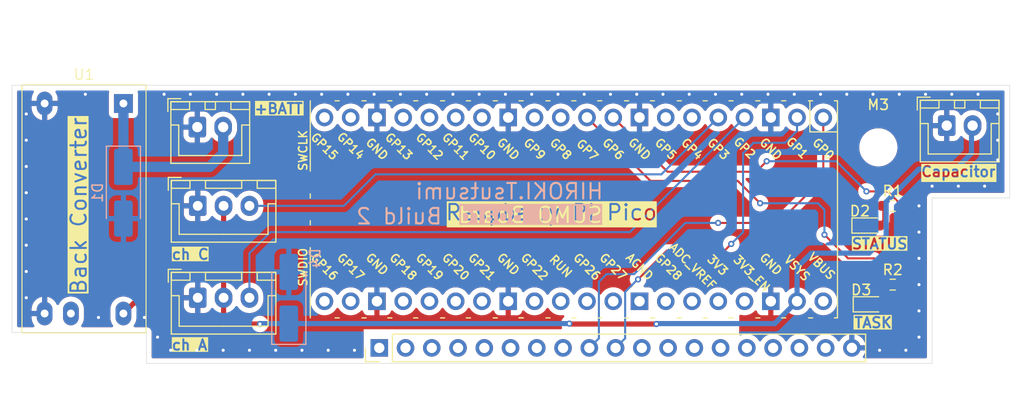
<source format=kicad_pcb>
(kicad_pcb (version 20240108) (generator "pcbnew") (generator_version "8.0")
  (layers (0 "F.Cu" signal) (31 "B.Cu" signal) (34 "B.Paste" user) (35 "F.Paste" user) (36 "B.SilkS" user "B.Silkscreen") (37 "F.SilkS" user "F.Silkscreen") (38 "B.Mask" user) (39 "F.Mask" user) (44 "Edge.Cuts" user))
  (net 0 "")
  (net 1 "GND")
  (net 2 "mr8-G")
  (net 3 "mr8-H")
  (net 4 "mr8-A")
  (net 5 "Net-(D2-A)")
  (net 6 "mr8-C")
  (net 7 "Net-(D3-A)")
  (net 8 "Odrive-RX")
  (net 9 "Odrive-TX")
  (net 10 "+5V")
  (net 11 "+3.3V")
  (net 12 "+BATT")
  (net 13 "LED1")
  (net 14 "LED2")
  (footprint "LED_SMD:LED_0603_1608Metric_Pad1.05x0.95mm_HandSolder" (layer "F.Cu") (at 195.031 134.285)
    (property "Reference" "D3" (at -0.889 -1.397 0) (layer "F.SilkS"))
    (property "Value" "LED")
    (fp_line (start -1.66 -0.735) (end -1.66 0.735) (stroke (width 0.12)) (layer "F.SilkS"))
    (fp_line (start -1.66 0.735) (end 0.8 0.735) (stroke (width 0.12)) (layer "F.SilkS"))
    (fp_line (start 0.8 -0.735) (end -1.66 -0.735) (stroke (width 0.12)) (layer "F.SilkS"))
    (pad "1" smd roundrect (at -0.875 0) (size 1.05 0.95) (layers "F.Cu" "F.Paste" "F.Mask") (net 1 "GND"))
    (pad "2" smd roundrect (at 0.875 0) (size 1.05 0.95) (layers "F.Cu" "F.Paste" "F.Mask") (net 7 "Net-(D3-A)"))
  )
  (footprint "Resistor_SMD:R_0603_1608Metric_Pad0.98x0.95mm_HandSolder" (layer "F.Cu") (at 197.19 124.76)
    (property "Reference" "R1" (at 0 -1.43 0) (layer "F.SilkS"))
    (property "Value" "R")
    (fp_line (start -0.254724 -0.5225) (end 0.254724 -0.5225) (stroke (width 0.12)) (layer "F.SilkS"))
    (fp_line (start -0.254724 0.5225) (end 0.254724 0.5225) (stroke (width 0.12)) (layer "F.SilkS"))
    (pad "1" smd roundrect (at -0.9125 0) (size 0.975 0.95) (layers "F.Cu" "F.Paste" "F.Mask") (net 5 "Net-(D2-A)"))
    (pad "2" smd roundrect (at 0.9125 0) (size 0.975 0.95) (layers "F.Cu" "F.Paste" "F.Mask") (net 13 "LED1"))
  )
  (footprint "0AS1R5-4805:0AS1R5-4805" (layer "F.Cu") (at 118.958 127.554)
    (property "Reference" "U1" (at 0 -15.5 0) (layer "F.SilkS") (effects (font (thickness 0.1))))
    (property "Value" "~")
    (fp_rect (start -6 -14.5) (end 6 9.5) (stroke (width 0.1)) (fill none) (layer "F.SilkS"))
    (pad "1" thru_hole rect (at 3.81 -12.7) (size 1.8288 1.8288) (drill 0.762) (layers "*.Cu" "*.Mask") (net 12 "+BATT"))
    (pad "2" thru_hole oval (at -3.81 -12.7) (size 1.524 2.286) (drill 0.762) (layers "*.Cu" "*.Mask") (net 1 "GND"))
    (pad "3" thru_hole oval (at 3.81 7.62) (size 1.524 2.286) (drill 0.762) (layers "*.Cu" "*.Mask") (net 10 "+5V"))
    (pad "4" thru_hole oval (at -1.27 7.62) (size 1.524 2.286) (drill 0.762) (layers "*.Cu" "*.Mask"))
    (pad "5" thru_hole oval (at -3.81 7.62) (size 1.524 2.286) (drill 0.762) (layers "*.Cu" "*.Mask") (net 1 "GND"))
  )
  (footprint "LED_SMD:LED_0603_1608Metric_Pad1.05x0.95mm_HandSolder" (layer "F.Cu") (at 194.904 126.665)
    (property "Reference" "D2" (at -0.889 -1.397 0) (layer "F.SilkS"))
    (property "Value" "LED")
    (fp_line (start -1.66 -0.735) (end -1.66 0.735) (stroke (width 0.12)) (layer "F.SilkS"))
    (fp_line (start -1.66 0.735) (end 0.8 0.735) (stroke (width 0.12)) (layer "F.SilkS"))
    (fp_line (start 0.8 -0.735) (end -1.66 -0.735) (stroke (width 0.12)) (layer "F.SilkS"))
    (pad "1" smd roundrect (at -0.875 0) (size 1.05 0.95) (layers "F.Cu" "F.Paste" "F.Mask") (net 1 "GND"))
    (pad "2" smd roundrect (at 0.875 0) (size 1.05 0.95) (layers "F.Cu" "F.Paste" "F.Mask") (net 5 "Net-(D2-A)"))
  )
  (footprint "Connector_JST:JST_XH_B2B-XH-A_1x02_P2.50mm_Vertical" (layer "F.Cu") (at 129.92 117.14)
    (property "Reference" "J3" (hide yes))
    (property "Value" "Conn_01x02")
    (fp_line (start -2.85 -2.75) (end -2.85 -1.5) (stroke (width 0.12)) (layer "F.SilkS"))
    (fp_line (start -2.56 -2.46) (end -2.56 3.51) (stroke (width 0.12)) (layer "F.SilkS"))
    (fp_line (start -2.56 3.51) (end 5.06 3.51) (stroke (width 0.12)) (layer "F.SilkS"))
    (fp_line (start -2.55 -2.45) (end -2.55 -1.7) (stroke (width 0.12)) (layer "F.SilkS"))
    (fp_line (start -2.55 -1.7) (end -0.75 -1.7) (stroke (width 0.12)) (layer "F.SilkS"))
    (fp_line (start -2.55 -0.2) (end -1.8 -0.2) (stroke (width 0.12)) (layer "F.SilkS"))
    (fp_line (start -1.8 -0.2) (end -1.8 2.75) (stroke (width 0.12)) (layer "F.SilkS"))
    (fp_line (start -1.8 2.75) (end 1.25 2.75) (stroke (width 0.12)) (layer "F.SilkS"))
    (fp_line (start -1.6 -2.75) (end -2.85 -2.75) (stroke (width 0.12)) (layer "F.SilkS"))
    (fp_line (start -0.75 -2.45) (end -2.55 -2.45) (stroke (width 0.12)) (layer "F.SilkS"))
    (fp_line (start -0.75 -1.7) (end -0.75 -2.45) (stroke (width 0.12)) (layer "F.SilkS"))
    (fp_line (start 0.75 -2.45) (end 0.75 -1.7) (stroke (width 0.12)) (layer "F.SilkS"))
    (fp_line (start 0.75 -1.7) (end 1.75 -1.7) (stroke (width 0.12)) (layer "F.SilkS"))
    (fp_line (start 1.75 -2.45) (end 0.75 -2.45) (stroke (width 0.12)) (layer "F.SilkS"))
    (fp_line (start 1.75 -1.7) (end 1.75 -2.45) (stroke (width 0.12)) (layer "F.SilkS"))
    (fp_line (start 3.25 -2.45) (end 3.25 -1.7) (stroke (width 0.12)) (layer "F.SilkS"))
    (fp_line (start 3.25 -1.7) (end 5.05 -1.7) (stroke (width 0.12)) (layer "F.SilkS"))
    (fp_line (start 4.3 -0.2) (end 4.3 2.75) (stroke (width 0.12)) (layer "F.SilkS"))
    (fp_line (start 4.3 2.75) (end 1.25 2.75) (stroke (width 0.12)) (layer "F.SilkS"))
    (fp_line (start 5.05 -2.45) (end 3.25 -2.45) (stroke (width 0.12)) (layer "F.SilkS"))
    (fp_line (start 5.05 -1.7) (end 5.05 -2.45) (stroke (width 0.12)) (layer "F.SilkS"))
    (fp_line (start 5.05 -0.2) (end 4.3 -0.2) (stroke (width 0.12)) (layer "F.SilkS"))
    (fp_line (start 5.06 -2.46) (end -2.56 -2.46) (stroke (width 0.12)) (layer "F.SilkS"))
    (fp_line (start 5.06 3.51) (end 5.06 -2.46) (stroke (width 0.12)) (layer "F.SilkS"))
    (pad "1" thru_hole roundrect (at 0 0) (size 1.7 2) (drill 1) (layers "*.Cu" "*.Mask") (roundrect_rratio 0.147059) (net 1 "GND"))
    (pad "2" thru_hole oval (at 2.5 0) (size 1.7 2) (drill 1) (layers "*.Cu" "*.Mask") (net 12 "+BATT"))
  )
  (footprint "Resistor_SMD:R_0603_1608Metric_Pad0.98x0.95mm_HandSolder" (layer "F.Cu") (at 197.19 132.38)
    (property "Reference" "R2" (at 0 -1.43 0) (layer "F.SilkS"))
    (property "Value" "R")
    (fp_line (start -0.254724 -0.5225) (end 0.254724 -0.5225) (stroke (width 0.12)) (layer "F.SilkS"))
    (fp_line (start -0.254724 0.5225) (end 0.254724 0.5225) (stroke (width 0.12)) (layer "F.SilkS"))
    (pad "1" smd roundrect (at -0.9125 0) (size 0.975 0.95) (layers "F.Cu" "F.Paste" "F.Mask") (net 7 "Net-(D3-A)"))
    (pad "2" smd roundrect (at 0.9125 0) (size 0.975 0.95) (layers "F.Cu" "F.Paste" "F.Mask") (net 14 "LED2"))
  )
  (footprint "Connector_JST:JST_XH_B3B-XH-A_1x03_P2.50mm_Vertical" (layer "F.Cu") (at 129.96 124.76)
    (property "Reference" "J1" (hide yes))
    (property "Value" "Conn_01x03")
    (fp_line (start -2.85 -2.75) (end -2.85 -1.5) (stroke (width 0.12)) (layer "F.SilkS"))
    (fp_line (start -2.56 -2.46) (end -2.56 3.51) (stroke (width 0.12)) (layer "F.SilkS"))
    (fp_line (start -2.56 3.51) (end 7.56 3.51) (stroke (width 0.12)) (layer "F.SilkS"))
    (fp_line (start -2.55 -2.45) (end -2.55 -1.7) (stroke (width 0.12)) (layer "F.SilkS"))
    (fp_line (start -2.55 -1.7) (end -0.75 -1.7) (stroke (width 0.12)) (layer "F.SilkS"))
    (fp_line (start -2.55 -0.2) (end -1.8 -0.2) (stroke (width 0.12)) (layer "F.SilkS"))
    (fp_line (start -1.8 -0.2) (end -1.8 2.75) (stroke (width 0.12)) (layer "F.SilkS"))
    (fp_line (start -1.8 2.75) (end 2.5 2.75) (stroke (width 0.12)) (layer "F.SilkS"))
    (fp_line (start -1.6 -2.75) (end -2.85 -2.75) (stroke (width 0.12)) (layer "F.SilkS"))
    (fp_line (start -0.75 -2.45) (end -2.55 -2.45) (stroke (width 0.12)) (layer "F.SilkS"))
    (fp_line (start -0.75 -1.7) (end -0.75 -2.45) (stroke (width 0.12)) (layer "F.SilkS"))
    (fp_line (start 0.75 -2.45) (end 0.75 -1.7) (stroke (width 0.12)) (layer "F.SilkS"))
    (fp_line (start 0.75 -1.7) (end 4.25 -1.7) (stroke (width 0.12)) (layer "F.SilkS"))
    (fp_line (start 4.25 -2.45) (end 0.75 -2.45) (stroke (width 0.12)) (layer "F.SilkS"))
    (fp_line (start 4.25 -1.7) (end 4.25 -2.45) (stroke (width 0.12)) (layer "F.SilkS"))
    (fp_line (start 5.75 -2.45) (end 5.75 -1.7) (stroke (width 0.12)) (layer "F.SilkS"))
    (fp_line (start 5.75 -1.7) (end 7.55 -1.7) (stroke (width 0.12)) (layer "F.SilkS"))
    (fp_line (start 6.8 -0.2) (end 6.8 2.75) (stroke (width 0.12)) (layer "F.SilkS"))
    (fp_line (start 6.8 2.75) (end 2.5 2.75) (stroke (width 0.12)) (layer "F.SilkS"))
    (fp_line (start 7.55 -2.45) (end 5.75 -2.45) (stroke (width 0.12)) (layer "F.SilkS"))
    (fp_line (start 7.55 -1.7) (end 7.55 -2.45) (stroke (width 0.12)) (layer "F.SilkS"))
    (fp_line (start 7.55 -0.2) (end 6.8 -0.2) (stroke (width 0.12)) (layer "F.SilkS"))
    (fp_line (start 7.56 -2.46) (end -2.56 -2.46) (stroke (width 0.12)) (layer "F.SilkS"))
    (fp_line (start 7.56 3.51) (end 7.56 -2.46) (stroke (width 0.12)) (layer "F.SilkS"))
    (pad "1" thru_hole roundrect (at 0 0) (size 1.7 1.95) (drill 0.95) (layers "*.Cu" "*.Mask") (roundrect_rratio 0.147059) (net 1 "GND"))
    (pad "2" thru_hole oval (at 2.5 0) (size 1.7 1.95) (drill 0.95) (layers "*.Cu" "*.Mask") (net 10 "+5V"))
    (pad "3" thru_hole oval (at 5 0) (size 1.7 1.95) (drill 0.95) (layers "*.Cu" "*.Mask") (net 6 "mr8-C"))
  )
  (footprint "Connector_JST:JST_XH_B3B-XH-A_1x03_P2.50mm_Vertical" (layer "F.Cu") (at 129.96 133.65)
    (property "Reference" "J4" (hide yes))
    (property "Value" "Conn_01x03")
    (fp_line (start -2.85 -2.75) (end -2.85 -1.5) (stroke (width 0.12)) (layer "F.SilkS"))
    (fp_line (start -2.56 -2.46) (end -2.56 3.51) (stroke (width 0.12)) (layer "F.SilkS"))
    (fp_line (start -2.56 3.51) (end 7.56 3.51) (stroke (width 0.12)) (layer "F.SilkS"))
    (fp_line (start -2.55 -2.45) (end -2.55 -1.7) (stroke (width 0.12)) (layer "F.SilkS"))
    (fp_line (start -2.55 -1.7) (end -0.75 -1.7) (stroke (width 0.12)) (layer "F.SilkS"))
    (fp_line (start -2.55 -0.2) (end -1.8 -0.2) (stroke (width 0.12)) (layer "F.SilkS"))
    (fp_line (start -1.8 -0.2) (end -1.8 2.75) (stroke (width 0.12)) (layer "F.SilkS"))
    (fp_line (start -1.8 2.75) (end 2.5 2.75) (stroke (width 0.12)) (layer "F.SilkS"))
    (fp_line (start -1.6 -2.75) (end -2.85 -2.75) (stroke (width 0.12)) (layer "F.SilkS"))
    (fp_line (start -0.75 -2.45) (end -2.55 -2.45) (stroke (width 0.12)) (layer "F.SilkS"))
    (fp_line (start -0.75 -1.7) (end -0.75 -2.45) (stroke (width 0.12)) (layer "F.SilkS"))
    (fp_line (start 0.75 -2.45) (end 0.75 -1.7) (stroke (width 0.12)) (layer "F.SilkS"))
    (fp_line (start 0.75 -1.7) (end 4.25 -1.7) (stroke (width 0.12)) (layer "F.SilkS"))
    (fp_line (start 4.25 -2.45) (end 0.75 -2.45) (stroke (width 0.12)) (layer "F.SilkS"))
    (fp_line (start 4.25 -1.7) (end 4.25 -2.45) (stroke (width 0.12)) (layer "F.SilkS"))
    (fp_line (start 5.75 -2.45) (end 5.75 -1.7) (stroke (width 0.12)) (layer "F.SilkS"))
    (fp_line (start 5.75 -1.7) (end 7.55 -1.7) (stroke (width 0.12)) (layer "F.SilkS"))
    (fp_line (start 6.8 -0.2) (end 6.8 2.75) (stroke (width 0.12)) (layer "F.SilkS"))
    (fp_line (start 6.8 2.75) (end 2.5 2.75) (stroke (width 0.12)) (layer "F.SilkS"))
    (fp_line (start 7.55 -2.45) (end 5.75 -2.45) (stroke (width 0.12)) (layer "F.SilkS"))
    (fp_line (start 7.55 -1.7) (end 7.55 -2.45) (stroke (width 0.12)) (layer "F.SilkS"))
    (fp_line (start 7.55 -0.2) (end 6.8 -0.2) (stroke (width 0.12)) (layer "F.SilkS"))
    (fp_line (start 7.56 -2.46) (end -2.56 -2.46) (stroke (width 0.12)) (layer "F.SilkS"))
    (fp_line (start 7.56 3.51) (end 7.56 -2.46) (stroke (width 0.12)) (layer "F.SilkS"))
    (pad "1" thru_hole roundrect (at 0 0) (size 1.7 1.95) (drill 0.95) (layers "*.Cu" "*.Mask") (roundrect_rratio 0.147059) (net 1 "GND"))
    (pad "2" thru_hole oval (at 2.5 0) (size 1.7 1.95) (drill 0.95) (layers "*.Cu" "*.Mask") (net 10 "+5V"))
    (pad "3" thru_hole oval (at 5 0) (size 1.7 1.95) (drill 0.95) (layers "*.Cu" "*.Mask") (net 4 "mr8-A"))
  )
  (footprint "Connector_JST:JST_XH_B2B-XH-A_1x02_P2.50mm_Vertical" (layer "F.Cu") (at 202.417 116.996)
    (property "Reference" "J6" (hide yes))
    (property "Value" "Conn_01x02")
    (fp_line (start -2.85 -2.75) (end -2.85 -1.5) (stroke (width 0.12)) (layer "F.SilkS"))
    (fp_line (start -2.56 -2.46) (end -2.56 3.51) (stroke (width 0.12)) (layer "F.SilkS"))
    (fp_line (start -2.56 3.51) (end 5.06 3.51) (stroke (width 0.12)) (layer "F.SilkS"))
    (fp_line (start -2.55 -2.45) (end -2.55 -1.7) (stroke (width 0.12)) (layer "F.SilkS"))
    (fp_line (start -2.55 -1.7) (end -0.75 -1.7) (stroke (width 0.12)) (layer "F.SilkS"))
    (fp_line (start -2.55 -0.2) (end -1.8 -0.2) (stroke (width 0.12)) (layer "F.SilkS"))
    (fp_line (start -1.8 -0.2) (end -1.8 2.75) (stroke (width 0.12)) (layer "F.SilkS"))
    (fp_line (start -1.8 2.75) (end 1.25 2.75) (stroke (width 0.12)) (layer "F.SilkS"))
    (fp_line (start -1.6 -2.75) (end -2.85 -2.75) (stroke (width 0.12)) (layer "F.SilkS"))
    (fp_line (start -0.75 -2.45) (end -2.55 -2.45) (stroke (width 0.12)) (layer "F.SilkS"))
    (fp_line (start -0.75 -1.7) (end -0.75 -2.45) (stroke (width 0.12)) (layer "F.SilkS"))
    (fp_line (start 0.75 -2.45) (end 0.75 -1.7) (stroke (width 0.12)) (layer "F.SilkS"))
    (fp_line (start 0.75 -1.7) (end 1.75 -1.7) (stroke (width 0.12)) (layer "F.SilkS"))
    (fp_line (start 1.75 -2.45) (end 0.75 -2.45) (stroke (width 0.12)) (layer "F.SilkS"))
    (fp_line (start 1.75 -1.7) (end 1.75 -2.45) (stroke (width 0.12)) (layer "F.SilkS"))
    (fp_line (start 3.25 -2.45) (end 3.25 -1.7) (stroke (width 0.12)) (layer "F.SilkS"))
    (fp_line (start 3.25 -1.7) (end 5.05 -1.7) (stroke (width 0.12)) (layer "F.SilkS"))
    (fp_line (start 4.3 -0.2) (end 4.3 2.75) (stroke (width 0.12)) (layer "F.SilkS"))
    (fp_line (start 4.3 2.75) (end 1.25 2.75) (stroke (width 0.12)) (layer "F.SilkS"))
    (fp_line (start 5.05 -2.45) (end 3.25 -2.45) (stroke (width 0.12)) (layer "F.SilkS"))
    (fp_line (start 5.05 -1.7) (end 5.05 -2.45) (stroke (width 0.12)) (layer "F.SilkS"))
    (fp_line (start 5.05 -0.2) (end 4.3 -0.2) (stroke (width 0.12)) (layer "F.SilkS"))
    (fp_line (start 5.06 -2.46) (end -2.56 -2.46) (stroke (width 0.12)) (layer "F.SilkS"))
    (fp_line (start 5.06 3.51) (end 5.06 -2.46) (stroke (width 0.12)) (layer "F.SilkS"))
    (pad "1" thru_hole roundrect (at 0 0) (size 1.7 2) (drill 1) (layers "*.Cu" "*.Mask") (roundrect_rratio 0.147059) (net 1 "GND"))
    (pad "2" thru_hole oval (at 2.5 0) (size 1.7 2) (drill 1) (layers "*.Cu" "*.Mask") (net 10 "+5V"))
  )
  (footprint "MountingHole:MountingHole_3.2mm_M3" (layer "F.Cu") (at 195.8 119.1)
    (property "Reference" "H1" (hide yes))
    (property "Value" "MountingHole")
    (pad "" np_thru_hole circle (at 0 0) (size 3.2 3.2) (drill 3.2) (layers "F&B.Cu" "*.Mask"))
  )
  (footprint "RP_Silicon_KiCad:RPi_Pico_SMD_TH" (layer "F.Cu") (at 166.345 125.1 -90)
    (property "Reference" "U2" (hide yes))
    (property "Value" "Pico" (hide yes))
    (fp_line (start -3.7 25.5) (end -10.5 25.5) (stroke (width 0.12)) (layer "F.SilkS"))
    (fp_line (start -1.5 25.5) (end -1.1 25.5) (stroke (width 0.12)) (layer "F.SilkS"))
    (fp_line (start 1.1 25.5) (end 1.5 25.5) (stroke (width 0.12)) (layer "F.SilkS"))
    (fp_line (start 10.5 25.5) (end 3.7 25.5) (stroke (width 0.12)) (layer "F.SilkS"))
    (fp_line (start -10.5 22.7) (end -10.5 23.1) (stroke (width 0.12)) (layer "F.SilkS"))
    (fp_line (start 10.5 22.7) (end 10.5 23.1) (stroke (width 0.12)) (layer "F.SilkS"))
    (fp_line (start -10.5 20.1) (end -10.5 20.5) (stroke (width 0.12)) (layer "F.SilkS"))
    (fp_line (start 10.5 20.1) (end 10.5 20.5) (stroke (width 0.12)) (layer "F.SilkS"))
    (fp_line (start -10.5 17.6) (end -10.5 18) (stroke (width 0.12)) (layer "F.SilkS"))
    (fp_line (start 10.5 17.6) (end 10.5 18) (stroke (width 0.12)) (layer "F.SilkS"))
    (fp_line (start -10.5 15.1) (end -10.5 15.5) (stroke (width 0.12)) (layer "F.SilkS"))
    (fp_line (start 10.5 15.1) (end 10.5 15.5) (stroke (width 0.12)) (layer "F.SilkS"))
    (fp_line (start -10.5 12.5) (end -10.5 12.9) (stroke (width 0.12)) (layer "F.SilkS"))
    (fp_line (start 10.5 12.5) (end 10.5 12.9) (stroke (width 0.12)) (layer "F.SilkS"))
    (fp_line (start -10.5 10) (end -10.5 10.4) (stroke (width 0.12)) (layer "F.SilkS"))
    (fp_line (start 10.5 10) (end 10.5 10.4) (stroke (width 0.12)) (layer "F.SilkS"))
    (fp_line (start -10.5 7.4) (end -10.5 7.8) (stroke (width 0.12)) (layer "F.SilkS"))
    (fp_line (start 10.5 7.4) (end 10.5 7.8) (stroke (width 0.12)) (layer "F.SilkS"))
    (fp_line (start -10.5 4.9) (end -10.5 5.3) (stroke (width 0.12)) (layer "F.SilkS"))
    (fp_line (start 10.5 4.9) (end 10.5 5.3) (stroke (width 0.12)) (layer "F.SilkS"))
    (fp_line (start 10.5 4.9) (end 10.5 5.3) (stroke (width 0.12)) (layer "F.SilkS"))
    (fp_line (start -10.5 2.3) (end -10.5 2.7) (stroke (width 0.12)) (layer "F.SilkS"))
    (fp_line (start 10.5 2.3) (end 10.5 2.7) (stroke (width 0.12)) (layer "F.SilkS"))
    (fp_line (start -10.5 -0.2) (end -10.5 0.2) (stroke (width 0.12)) (layer "F.SilkS"))
    (fp_line (start 10.5 -0.2) (end 10.5 0.2) (stroke (width 0.12)) (layer "F.SilkS"))
    (fp_line (start -10.5 -2.7) (end -10.5 -2.3) (stroke (width 0.12)) (layer "F.SilkS"))
    (fp_line (start 10.5 -2.7) (end 10.5 -2.3) (stroke (width 0.12)) (layer "F.SilkS"))
    (fp_line (start -10.5 -5.3) (end -10.5 -4.9) (stroke (width 0.12)) (layer "F.SilkS"))
    (fp_line (start 10.5 -5.3) (end 10.5 -4.9) (stroke (width 0.12)) (layer "F.SilkS"))
    (fp_line (start -10.5 -7.8) (end -10.5 -7.4) (stroke (width 0.12)) (layer "F.SilkS"))
    (fp_line (start 10.5 -7.8) (end 10.5 -7.4) (stroke (width 0.12)) (layer "F.SilkS"))
    (fp_line (start -10.5 -10.4) (end -10.5 -10) (stroke (width 0.12)) (layer "F.SilkS"))
    (fp_line (start 10.5 -10.4) (end 10.5 -10) (stroke (width 0.12)) (layer "F.SilkS"))
    (fp_line (start -10.5 -12.9) (end -10.5 -12.5) (stroke (width 0.12)) (layer "F.SilkS"))
    (fp_line (start 10.5 -12.9) (end 10.5 -12.5) (stroke (width 0.12)) (layer "F.SilkS"))
    (fp_line (start -10.5 -15.4) (end -10.5 -15) (stroke (width 0.12)) (layer "F.SilkS"))
    (fp_line (start 10.5 -15.4) (end 10.5 -15) (stroke (width 0.12)) (layer "F.SilkS"))
    (fp_line (start -10.5 -18) (end -10.5 -17.6) (stroke (width 0.12)) (layer "F.SilkS"))
    (fp_line (start 10.5 -18) (end 10.5 -17.6) (stroke (width 0.12)) (layer "F.SilkS"))
    (fp_line (start -10.5 -20.5) (end -10.5 -20.1) (stroke (width 0.12)) (layer "F.SilkS"))
    (fp_line (start 10.5 -20.5) (end 10.5 -20.1) (stroke (width 0.12)) (layer "F.SilkS"))
    (fp_line (start -10.5 -22.833) (end -7.493 -22.833) (stroke (width 0.12)) (layer "F.SilkS"))
    (fp_line (start -7.493 -22.833) (end -7.493 -25.5) (stroke (width 0.12)) (layer "F.SilkS"))
    (fp_line (start -10.5 -23.1) (end -10.5 -22.7) (stroke (width 0.12)) (layer "F.SilkS"))
    (fp_line (start 10.5 -23.1) (end 10.5 -22.7) (stroke (width 0.12)) (layer "F.SilkS"))
    (fp_line (start -10.5 -25.5) (end -10.5 -25.2) (stroke (width 0.12)) (layer "F.SilkS"))
    (fp_line (start -10.5 -25.5) (end 10.5 -25.5) (stroke (width 0.12)) (layer "F.SilkS"))
    (fp_line (start 10.5 -25.5) (end 10.5 -25.2) (stroke (width 0.12)) (layer "F.SilkS"))
    (fp_text user "RUN" (at 5.5 1.27 135) (layer "F.SilkS") (effects (font (size 0.8 0.8))))
    (fp_text user "GP2" (at -5.942 -16.51 135) (layer "F.SilkS") (effects (font (size 0.8 0.8))))
    (fp_text user "GND" (at -5.842 19.05 135) (layer "F.SilkS") (effects (font (size 0.8 0.8))))
    (fp_text user "SWDIO" (at 5.6 26.2 90) (layer "F.SilkS") (effects (font (size 0.8 0.8))))
    (fp_text user "GP16" (at 5.554 24.13 135) (layer "F.SilkS") (effects (font (size 0.8 0.8))))
    (fp_text user "GP27" (at 5.554 -3.8 135) (layer "F.SilkS") (effects (font (size 0.8 0.8))))
    (fp_text user "GP5" (at -5.842 -8.89 135) (layer "F.SilkS") (effects (font (size 0.8 0.8))))
    (fp_text user "GP9" (at -5.842 3.81 135) (layer "F.SilkS") (effects (font (size 0.8 0.8))))
    (fp_text user "GP26" (at 5.554 -1.27 135) (layer "F.SilkS") (effects (font (size 0.8 0.8))))
    (fp_text user "GP0" (at -5.842 -24.13 135) (layer "F.SilkS") (effects (font (size 0.8 0.8))))
    (fp_text user "GP7" (at -5.742 -1.3 135) (layer "F.SilkS") (effects (font (size 0.8 0.8))))
    (fp_text user "3V3_EN" (at 6.2 -17.2 135) (layer "F.SilkS") (effects (font (size 0.8 0.8))))
    (fp_text user "GP14" (at -6.142 21.59 135) (layer "F.SilkS") (effects (font (size 0.8 0.8))))
    (fp_text user "GP1" (at -5.942 -21.6 135) (layer "F.SilkS") (effects (font (size 0.8 0.8))))
    (fp_text user "GP12" (at -6.096 13.97 -45) (layer "F.SilkS") (effects (font (size 0.8 0.8))))
    (fp_text user "GP3" (at -5.842 -13.97 135) (layer "F.SilkS") (effects (font (size 0.8 0.8))))
    (fp_text user "VBUS" (at 5.5 -23.955 135) (layer "F.SilkS") (effects (font (size 0.8 0.8))))
    (fp_text user "SWCLK" (at -5.7 26.2 90) (layer "F.SilkS") (effects (font (size 0.8 0.8))))
    (fp_text user "GP28" (at 5.554 -9.144 135) (layer "F.SilkS") (effects (font (size 0.8 0.8))))
    (fp_text user "GP18" (at 5.554 16.51 135) (layer "F.SilkS") (effects (font (size 0.8 0.8))))
    (fp_text user "GND" (at 5.3 6.35 135) (layer "F.SilkS") (effects (font (size 0.8 0.8))))
    (fp_text user "GP11" (at -6.096 11.43 -45) (layer "F.SilkS") (effects (font (size 0.8 0.8))))
    (fp_text user "GP4" (at -5.842 -11.43 135) (layer "F.SilkS") (effects (font (size 0.8 0.8))))
    (fp_text user "GP15" (at -6.096 24.13 135) (layer "F.SilkS") (effects (font (size 0.8 0.8))))
    (fp_text user "GND" (at -5.842 6.35 135) (layer "F.SilkS") (effects (font (size 0.8 0.8))))
    (fp_text user "GP10" (at -6.096 8.89 135) (layer "F.SilkS") (effects (font (size 0.8 0.8))))
    (fp_text user "GP20" (at 5.554 11.43 135) (layer "F.SilkS") (effects (font (size 0.8 0.8))))
    (fp_text user "GP21" (at 5.554 8.9 135) (layer "F.SilkS") (effects (font (size 0.8 0.8))))
    (fp_text user "AGND" (at 5.554 -6.35 135) (layer "F.SilkS") (effects (font (size 0.8 0.8))))
    (fp_text user "GP8" (at -5.842 1.27 135) (layer "F.SilkS") (effects (font (size 0.8 0.8))))
    (fp_text user "GP17" (at 5.554 21.59 135) (layer "F.SilkS") (effects (font (size 0.8 0.8))))
    (fp_text user "GP19" (at 5.554 13.97 135) (layer "F.SilkS") (effects (font (size 0.8 0.8))))
    (fp_text user "GND" (at -5.842 -6.35 135) (layer "F.SilkS") (effects (font (size 0.8 0.8))))
    (fp_text user "VSYS" (at 5.7 -21.59 135) (layer "F.SilkS") (effects (font (size 0.8 0.8))))
    (fp_text user "3V3" (at 5.4 -13.9 135) (layer "F.SilkS") (effects (font (size 0.8 0.8))))
    (fp_text user "GND" (at 5.3 -19.05 135) (layer "F.SilkS") (effects (font (size 0.8 0.8))))
    (fp_text user "GND" (at 5.3 19.05 135) (layer "F.SilkS") (effects (font (size 0.8 0.8))))
    (fp_text user "GP6" (at -5.842 -3.81 135) (layer "F.SilkS") (effects (font (size 0.8 0.8))))
    (fp_text user "GP13" (at -6.096 16.945 135) (layer "F.SilkS") (effects (font (size 0.8 0.8))))
    (fp_text user "GND" (at -5.842 -19.05 135) (layer "F.SilkS") (effects (font (size 0.8 0.8))))
    (fp_text user "ADC_VREF" (at 5.5 -11.5 135) (layer "F.SilkS") (effects (font (size 0.8 0.8))))
    (fp_text user "GP22" (at 5.554 3.81 135) (layer "F.SilkS") (effects (font (size 0.8 0.8))))
    (pad "1" thru_hole oval (at -8.89 -24.13 270) (size 1.7 1.7) (drill 1.02) (layers "*.Cu" "*.Mask") (net 8 "Odrive-RX"))
    (pad "2" thru_hole oval (at -8.89 -21.59 270) (size 1.7 1.7) (drill 1.02) (layers "*.Cu" "*.Mask") (net 9 "Odrive-TX"))
    (pad "3" thru_hole rect (at -8.89 -19.05 270) (size 1.7 1.7) (drill 1.02) (layers "*.Cu" "*.Mask") (net 1 "GND"))
    (pad "4" thru_hole oval (at -8.89 -16.51 270) (size 1.7 1.7) (drill 1.02) (layers "*.Cu" "*.Mask") (net 4 "mr8-A"))
    (pad "5" thru_hole oval (at -8.89 -13.97 270) (size 1.7 1.7) (drill 1.02) (layers "*.Cu" "*.Mask") (net 6 "mr8-C"))
    (pad "6" thru_hole oval (at -8.89 -11.43 270) (size 1.7 1.7) (drill 1.02) (layers "*.Cu" "*.Mask") (net 2 "mr8-G"))
    (pad "7" thru_hole oval (at -8.89 -8.89 270) (size 1.7 1.7) (drill 1.02) (layers "*.Cu" "*.Mask") (net 3 "mr8-H"))
    (pad "8" thru_hole rect (at -8.89 -6.35 270) (size 1.7 1.7) (drill 1.02) (layers "*.Cu" "*.Mask") (net 1 "GND"))
    (pad "9" thru_hole oval (at -8.89 -3.81 270) (size 1.7 1.7) (drill 1.02) (layers "*.Cu" "*.Mask") (net 13 "LED1"))
    (pad "10" thru_hole oval (at -8.89 -1.27 270) (size 1.7 1.7) (drill 1.02) (layers "*.Cu" "*.Mask") (net 14 "LED2"))
    (pad "11" thru_hole oval (at -8.89 1.27 270) (size 1.7 1.7) (drill 1.02) (layers "*.Cu" "*.Mask"))
    (pad "12" thru_hole oval (at -8.89 3.81 270) (size 1.7 1.7) (drill 1.02) (layers "*.Cu" "*.Mask"))
    (pad "13" thru_hole rect (at -8.89 6.35 270) (size 1.7 1.7) (drill 1.02) (layers "*.Cu" "*.Mask") (net 1 "GND"))
    (pad "14" thru_hole oval (at -8.89 8.89 270) (size 1.7 1.7) (drill 1.02) (layers "*.Cu" "*.Mask"))
    (pad "15" thru_hole oval (at -8.89 11.43 270) (size 1.7 1.7) (drill 1.02) (layers "*.Cu" "*.Mask"))
    (pad "16" thru_hole oval (at -8.89 13.97 270) (size 1.7 1.7) (drill 1.02) (layers "*.Cu" "*.Mask"))
    (pad "17" thru_hole oval (at -8.89 16.51 270) (size 1.7 1.7) (drill 1.02) (layers "*.Cu" "*.Mask"))
    (pad "18" thru_hole rect (at -8.89 19.05 270) (size 1.7 1.7) (drill 1.02) (layers "*.Cu" "*.Mask") (net 1 "GND"))
    (pad "19" thru_hole oval (at -8.89 21.59 270) (size 1.7 1.7) (drill 1.02) (layers "*.Cu" "*.Mask"))
    (pad "20" thru_hole oval (at -8.89 24.13 270) (size 1.7 1.7) (drill 1.02) (layers "*.Cu" "*.Mask"))
    (pad "21" thru_hole oval (at 8.89 24.13 270) (size 1.7 1.7) (drill 1.02) (layers "*.Cu" "*.Mask"))
    (pad "22" thru_hole oval (at 8.89 21.59 270) (size 1.7 1.7) (drill 1.02) (layers "*.Cu" "*.Mask"))
    (pad "23" thru_hole rect (at 8.89 19.05 270) (size 1.7 1.7) (drill 1.02) (layers "*.Cu" "*.Mask") (net 1 "GND"))
    (pad "24" thru_hole oval (at 8.89 16.51 270) (size 1.7 1.7) (drill 1.02) (layers "*.Cu" "*.Mask"))
    (pad "25" thru_hole oval (at 8.89 13.97 270) (size 1.7 1.7) (drill 1.02) (layers "*.Cu" "*.Mask"))
    (pad "26" thru_hole oval (at 8.89 11.43 270) (size 1.7 1.7) (drill 1.02) (layers "*.Cu" "*.Mask"))
    (pad "27" thru_hole oval (at 8.89 8.89 270) (size 1.7 1.7) (drill 1.02) (layers "*.Cu" "*.Mask"))
    (pad "28" thru_hole rect (at 8.89 6.35 270) (size 1.7 1.7) (drill 1.02) (layers "*.Cu" "*.Mask") (net 1 "GND"))
    (pad "29" thru_hole oval (at 8.89 3.81 270) (size 1.7 1.7) (drill 1.02) (layers "*.Cu" "*.Mask"))
    (pad "30" thru_hole oval (at 8.89 1.27 270) (size 1.7 1.7) (drill 1.02) (layers "*.Cu" "*.Mask"))
    (pad "31" thru_hole oval (at 8.89 -1.27 270) (size 1.7 1.7) (drill 1.02) (layers "*.Cu" "*.Mask"))
    (pad "32" thru_hole oval (at 8.89 -3.81 270) (size 1.7 1.7) (drill 1.02) (layers "*.Cu" "*.Mask"))
    (pad "33" thru_hole rect (at 8.89 -6.35 270) (size 1.7 1.7) (drill 1.02) (layers "*.Cu" "*.Mask"))
    (pad "34" thru_hole oval (at 8.89 -8.89 270) (size 1.7 1.7) (drill 1.02) (layers "*.Cu" "*.Mask"))
    (pad "35" thru_hole oval (at 8.89 -11.43 270) (size 1.7 1.7) (drill 1.02) (layers "*.Cu" "*.Mask"))
    (pad "36" thru_hole oval (at 8.89 -13.97 270) (size 1.7 1.7) (drill 1.02) (layers "*.Cu" "*.Mask") (net 11 "+3.3V"))
    (pad "37" thru_hole oval (at 8.89 -16.51 270) (size 1.7 1.7) (drill 1.02) (layers "*.Cu" "*.Mask"))
    (pad "38" thru_hole rect (at 8.89 -19.05 270) (size 1.7 1.7) (drill 1.02) (layers "*.Cu" "*.Mask") (net 1 "GND"))
    (pad "39" thru_hole oval (at 8.89 -21.59 270) (size 1.7 1.7) (drill 1.02) (layers "*.Cu" "*.Mask") (net 10 "+5V"))
    (pad "40" thru_hole oval (at 8.89 -24.13 270) (size 1.7 1.7) (drill 1.02) (layers "*.Cu" "*.Mask"))
  )
  (footprint "Connector_PinHeader_2.54mm:PinHeader_1x19_P2.54mm_Vertical" (layer "F.Cu") (at 147.52 138.5 90)
    (property "Reference" "J7" (hide yes))
    (property "Value" "Conn_01x19_Pin")
    (fp_line (start -1.33 -1.33) (end 0 -1.33) (stroke (width 0.12)) (layer "F.SilkS"))
    (fp_line (start -1.33 0) (end -1.33 -1.33) (stroke (width 0.12)) (layer "F.SilkS"))
    (fp_line (start 1.33 1.27) (end 1.33 47.05) (stroke (width 0.12)) (layer "F.SilkS"))
    (fp_line (start -1.33 1.27) (end 1.33 1.27) (stroke (width 0.12)) (layer "F.SilkS"))
    (fp_line (start -1.33 1.27) (end -1.33 47.05) (stroke (width 0.12)) (layer "F.SilkS"))
    (fp_line (start -1.33 47.05) (end 1.33 47.05) (stroke (width 0.12)) (layer "F.SilkS"))
    (pad "1" thru_hole rect (at 0 0 90) (size 1.7 1.7) (drill 1) (layers "*.Cu" "*.Mask"))
    (pad "2" thru_hole oval (at 0 2.54 90) (size 1.7 1.7) (drill 1) (layers "*.Cu" "*.Mask"))
    (pad "3" thru_hole oval (at 0 5.08 90) (size 1.7 1.7) (drill 1) (layers "*.Cu" "*.Mask"))
    (pad "4" thru_hole oval (at 0 7.62 90) (size 1.7 1.7) (drill 1) (layers "*.Cu" "*.Mask"))
    (pad "5" thru_hole oval (at 0 10.16 90) (size 1.7 1.7) (drill 1) (layers "*.Cu" "*.Mask"))
    (pad "6" thru_hole oval (at 0 12.7 90) (size 1.7 1.7) (drill 1) (layers "*.Cu" "*.Mask"))
    (pad "7" thru_hole oval (at 0 15.24 90) (size 1.7 1.7) (drill 1) (layers "*.Cu" "*.Mask"))
    (pad "8" thru_hole oval (at 0 17.78 90) (size 1.7 1.7) (drill 1) (layers "*.Cu" "*.Mask"))
    (pad "9" thru_hole oval (at 0 20.32 90) (size 1.7 1.7) (drill 1) (layers "*.Cu" "*.Mask") (net 8 "Odrive-RX"))
    (pad "10" thru_hole oval (at 0 22.86 90) (size 1.7 1.7) (drill 1) (layers "*.Cu" "*.Mask") (net 9 "Odrive-TX"))
    (pad "11" thru_hole oval (at 0 25.4 90) (size 1.7 1.7) (drill 1) (layers "*.Cu" "*.Mask"))
    (pad "12" thru_hole oval (at 0 27.94 90) (size 1.7 1.7) (drill 1) (layers "*.Cu" "*.Mask"))
    (pad "13" thru_hole oval (at 0 30.48 90) (size 1.7 1.7) (drill 1) (layers "*.Cu" "*.Mask"))
    (pad "14" thru_hole oval (at 0 33.02 90) (size 1.7 1.7) (drill 1) (layers "*.Cu" "*.Mask"))
    (pad "15" thru_hole oval (at 0 35.56 90) (size 1.7 1.7) (drill 1) (layers "*.Cu" "*.Mask"))
    (pad "16" thru_hole oval (at 0 38.1 90) (size 1.7 1.7) (drill 1) (layers "*.Cu" "*.Mask"))
    (pad "17" thru_hole oval (at 0 40.64 90) (size 1.7 1.7) (drill 1) (layers "*.Cu" "*.Mask"))
    (pad "18" thru_hole oval (at 0 43.18 90) (size 1.7 1.7) (drill 1) (layers "*.Cu" "*.Mask"))
    (pad "19" thru_hole oval (at 0 45.72 90) (size 1.7 1.7) (drill 1) (layers "*.Cu" "*.Mask") (net 1 "GND"))
  )
  (footprint "Diode_SMD:D_SMA_Handsoldering" (layer "B.Cu") (at 138.77 133.65 90)
    (property "Reference" "D4" (at 3.81 2.54 90) (layer "B.SilkS") (effects (justify mirror)))
    (property "Value" "D")
    (fp_line (start 2.5 -1.65) (end -4.51 -1.65) (stroke (width 0.12)) (layer "B.SilkS"))
    (fp_line (start -4.51 -1.65) (end -4.51 1.65) (stroke (width 0.12)) (layer "B.SilkS"))
    (fp_line (start 2.5 1.65) (end -4.51 1.65) (stroke (width 0.12)) (layer "B.SilkS"))
    (pad "1" smd roundrect (at -2.5 0 90) (size 3.5 1.8) (layers "B.Cu" "B.Paste" "B.Mask") (roundrect_rratio 0.1388888889) (net 10 "+5V"))
    (pad "2" smd roundrect (at 2.5 0 90) (size 3.5 1.8) (layers "B.Cu" "B.Paste" "B.Mask") (roundrect_rratio 0.1388888889) (net 1 "GND"))
  )
  (footprint "Diode_SMD:D_SMA_Handsoldering" (layer "B.Cu") (at 122.768 123.49 -90)
    (property "Reference" "D1" (at 0 2.5 90) (layer "B.SilkS") (effects (justify mirror)))
    (property "Value" "D")
    (fp_line (start 2.5 1.65) (end -4.51 1.65) (stroke (width 0.12)) (layer "B.SilkS"))
    (fp_line (start -4.51 -1.65) (end -4.51 1.65) (stroke (width 0.12)) (layer "B.SilkS"))
    (fp_line (start 2.5 -1.65) (end -4.51 -1.65) (stroke (width 0.12)) (layer "B.SilkS"))
    (pad "1" smd roundrect (at -2.5 0 270) (size 3.5 1.8) (layers "B.Cu" "B.Paste" "B.Mask") (roundrect_rratio 0.1388888889) (net 12 "+BATT"))
    (pad "2" smd roundrect (at 2.5 0 270) (size 3.5 1.8) (layers "B.Cu" "B.Paste" "B.Mask") (roundrect_rratio 0.1388888889) (net 1 "GND"))
  )
  (gr_line (start 111.99 113.1) (end 111.99 137) (stroke (width 0.05)) (layer "Edge.Cuts"))
  (gr_line (start 208 113.1) (end 208.5 113.1) (stroke (width 0.05)) (layer "Edge.Cuts"))
  (gr_line (start 205 124) (end 201 124) (stroke (width 0.05)) (layer "Edge.Cuts"))
  (gr_line (start 125 137) (end 125 140) (stroke (width 0.05)) (layer "Edge.Cuts"))
  (gr_line (start 201 113.1) (end 205 113.1) (stroke (width 0.05)) (layer "Edge.Cuts"))
  (gr_line (start 208.5 124) (end 208 124) (stroke (width 0.05)) (layer "Edge.Cuts"))
  (gr_line (start 208.5 113.1) (end 208.5 124) (stroke (width 0.05)) (layer "Edge.Cuts"))
  (gr_line (start 125 140) (end 201 140) (stroke (width 0.05)) (layer "Edge.Cuts"))
  (gr_line (start 208 124) (end 205 124) (stroke (width 0.05)) (layer "Edge.Cuts"))
  (gr_line (start 201 124) (end 201 140) (stroke (width 0.05)) (layer "Edge.Cuts"))
  (gr_line (start 111.99 137) (end 125 137) (stroke (width 0.05)) (layer "Edge.Cuts"))
  (gr_line (start 205 113.1) (end 208 113.1) (stroke (width 0.05)) (layer "Edge.Cuts"))
  (gr_line (start 201 113.1) (end 111.99 113.1) (stroke (width 0.05)) (layer "Edge.Cuts"))
  (gr_text "HIROKI.Tsutsumi" (at 160.106 123.363 0) (layer "B.SilkS") (effects (font (size 1.5 1.5) (thickness 0.2)) (justify mirror)))
  (gr_text "Build 2" (at 149.438 125.776 0) (layer "B.SilkS") (effects (font (size 1.5 1.5) (thickness 0.2)) (justify mirror)))
  (gr_text "SUMO Board" (at 162.138 125.649 0) (layer "B.SilkS" knockout) (effects (font (size 1.5 1.5) (thickness 0.2)) (justify mirror)))
  (gr_text "STATUS" (at 193.126 128.443 0) (layer "F.SilkS" knockout) (effects (font (size 1 1) (thickness 0.2) (bold yes)) (justify left)))
  (gr_text "TASK" (at 193.38 136.063 0) (layer "F.SilkS" knockout) (effects (font (size 1 1) (thickness 0.2) (bold yes)) (justify left)))
  (gr_text "M3" (at 195.793 114.981 0) (layer "F.SilkS") (effects (font (size 1 1))))
  (gr_text "Raspberry Pi Pico" (at 164.17 125.395 0) (layer "F.SilkS" knockout) (effects (font (size 1.5 1.5) (thickness 0.2))))
  (gr_text "ch C" (at 127.34 129.459 0) (layer "F.SilkS" knockout) (effects (font (size 1 1) (thickness 0.2) (bold yes)) (justify left)))
  (gr_text "Capacitor" (at 203.54 121.458 0) (layer "F.SilkS" knockout) (effects (font (size 1 1) (thickness 0.2) (bold yes))))
  (gr_text "+BATT" (at 135.341 115.362 0) (layer "F.SilkS" knockout) (effects (font (size 1 1) (thickness 0.2) (bold yes)) (justify left)))
  (gr_text "ch A" (at 127.34 138.222 0) (layer "F.SilkS" knockout) (effects (font (size 1 1) (thickness 0.2) (bold yes)) (justify left)))
  (gr_text "Back Converter" (at 118.45 124.76 90) (layer "F.SilkS" knockout) (effects (font (size 1.5 1.5) (thickness 0.2))))
  (via (at 126.705 113.965) (size 0.6) (drill 0.3) (layers "F.Cu" "B.Cu") (net 1))
  (via (at 205.445 113.965) (size 0.6) (drill 0.3) (layers "F.Cu" "B.Cu") (net 1))
  (via (at 167.345 113.965) (size 0.6) (drill 0.3) (layers "F.Cu" "B.Cu") (net 1))
  (via (at 198.46 138.73) (size 0.6) (drill 0.3) (layers "F.Cu" "B.Cu") (net 1))
  (via (at 154.645 113.965) (size 0.6) (drill 0.3) (layers "F.Cu" "B.Cu") (net 1))
  (via (at 200.365 113.965) (size 0.6) (drill 0.3) (layers "F.Cu" "B.Cu") (net 1))
  (via (at 113.37 126.03) (size 0.6) (drill 0.3) (layers "F.Cu" "B.Cu") (net 1))
  (via (at 162.265 113.965) (size 0.6) (drill 0.3) (layers "F.Cu" "B.Cu") (net 1))
  (via (at 164.805 113.965) (size 0.6) (drill 0.3) (layers "F.Cu" "B.Cu") (net 1))
  (via (at 152.105 113.965) (size 0.6) (drill 0.3) (layers "F.Cu" "B.Cu") (net 1))
  (via (at 201 122.855) (size 0.6) (drill 0.3) (layers "F.Cu" "B.Cu") (net 1))
  (via (at 113.37 133.65) (size 0.6) (drill 0.3) (layers "F.Cu" "B.Cu") (net 1))
  (via (at 195.285 113.965) (size 0.6) (drill 0.3) (layers "F.Cu" "B.Cu") (net 1))
  (via (at 199.73 137.46) (size 0.6) (drill 0.3) (layers "F.Cu" "B.Cu") (net 1))
  (via (at 199.73 132.38) (size 0.6) (drill 0.3) (layers "F.Cu" "B.Cu") (net 1))
  (via (at 174.965 113.965) (size 0.6) (drill 0.3) (layers "F.Cu" "B.Cu") (net 1))
  (via (at 207.35 115.87) (size 0.6) (drill 0.3) (layers "F.Cu" "B.Cu") (net 1))
  (via (at 180.045 113.965) (size 0.6) (drill 0.3) (layers "F.Cu" "B.Cu") (net 1))
  (via (at 177.505 113.965) (size 0.6) (drill 0.3) (layers "F.Cu" "B.Cu") (net 1))
  (via (at 131.785 113.965) (size 0.6) (drill 0.3) (layers "F.Cu" "B.Cu") (net 1))
  (via (at 202.905 113.965) (size 0.6) (drill 0.3) (layers "F.Cu" "B.Cu") (net 1))
  (via (at 137.5 138.73) (size 0.6) (drill 0.3) (layers "F.Cu" "B.Cu") (net 1))
  (via (at 182.585 113.965) (size 0.6) (drill 0.3) (layers "F.Cu" "B.Cu") (net 1))
  (via (at 113.37 131.11) (size 0.6) (drill 0.3) (layers "F.Cu" "B.Cu") (net 1))
  (via (at 203.54 122.855) (size 0.6) (drill 0.3) (layers "F.Cu" "B.Cu") (net 1))
  (via (at 120.355 135.555) (size 0.6) (drill 0.3) (layers "F.Cu" "B.Cu") (net 1))
  (via (at 199.73 124.76) (size 0.6) (drill 0.3) (layers "F.Cu" "B.Cu") (net 1))
  (via (at 134.96 138.73) (size 0.6) (drill 0.3) (layers "F.Cu" "B.Cu") (net 1))
  (via (at 129.245 113.965) (size 0.6) (drill 0.3) (layers "F.Cu" "B.Cu") (net 1))
  (via (at 132.42 138.73) (size 0.6) (drill 0.3) (layers "F.Cu" "B.Cu") (net 1))
  (via (at 134.325 113.965) (size 0.6) (drill 0.3) (layers "F.Cu" "B.Cu") (net 1))
  (via (at 113.37 128.57) (size 0.6) (drill 0.3) (layers "F.Cu" "B.Cu") (net 1))
  (via (at 119.085 113.965) (size 0.6) (drill 0.3) (layers "F.Cu" "B.Cu") (net 1))
  (via (at 113.37 120.95) (size 0.6) (drill 0.3) (layers "F.Cu" "B.Cu") (net 1))
  (via (at 113.37 115.87) (size 0.6) (drill 0.3) (layers "F.Cu" "B.Cu") (net 1))
  (via (at 113.37 123.49) (size 0.6) (drill 0.3) (layers "F.Cu" "B.Cu") (net 1))
  (via (at 136.865 113.965) (size 0.6) (drill 0.3) (layers "F.Cu" "B.Cu") (net 1))
  (via (at 127.34 138.73) (size 0.6) (drill 0.3) (layers "F.Cu" "B.Cu") (net 1))
  (via (at 169.885 113.965) (size 0.6) (drill 0.3) (layers "F.Cu" "B.Cu") (net 1))
  (via (at 126.07 137.46) (size 0.6) (drill 0.3) (layers "F.Cu" "B.Cu") (net 1))
  (via (at 124.8 135.555) (size 0.6) (drill 0.3) (layers "F.Cu" "B.Cu") (net 1))
  (via (at 199.73 129.84) (size 0.6) (drill 0.3) (layers "F.Cu" "B.Cu") (net 1))
  (via (at 139.405 113.965) (size 0.6) (drill 0.3) (layers "F.Cu" "B.Cu") (net 1))
  (via (at 187.665 113.965) (size 0.6) (drill 0.3) (layers "F.Cu" "B.Cu") (net 1))
  (via (at 199.73 134.92) (size 0.6) (drill 0.3) (layers "F.Cu" "B.Cu") (net 1))
  (via (at 185.125 113.965) (size 0.6) (drill 0.3) (layers "F.Cu" "B.Cu") (net 1))
  (via (at 192.745 113.965) (size 0.6) (drill 0.3) (layers "F.Cu" "B.Cu") (net 1))
  (via (at 149.565 113.965) (size 0.6) (drill 0.3) (layers "F.Cu" "B.Cu") (net 1))
  (via (at 197.825 113.965) (size 0.6) (drill 0.3) (layers "F.Cu" "B.Cu") (net 1))
  (via (at 172.425 113.965) (size 0.6) (drill 0.3) (layers "F.Cu" "B.Cu") (net 1))
  (via (at 145.12 138.73) (size 0.6) (drill 0.3) (layers "F.Cu" "B.Cu") (net 1))
  (via (at 147.025 113.965) (size 0.6) (drill 0.3) (layers "F.Cu" "B.Cu") (net 1))
  (via (at 199.73 127.3) (size 0.6) (drill 0.3) (layers "F.Cu" "B.Cu") (net 1))
  (via (at 140.04 138.73) (size 0.6) (drill 0.3) (layers "F.Cu" "B.Cu") (net 1))
  (via (at 159.725 113.965) (size 0.6) (drill 0.3) (layers "F.Cu" "B.Cu") (net 1))
  (via (at 190.205 113.965) (size 0.6) (drill 0.3) (layers "F.Cu" "B.Cu") (net 1))
  (via (at 113.37 118.41) (size 0.6) (drill 0.3) (layers "F.Cu" "B.Cu") (net 1))
  (via (at 141.945 113.965) (size 0.6) (drill 0.3) (layers "F.Cu" "B.Cu") (net 1))
  (via (at 129.88 138.73) (size 0.6) (drill 0.3) (layers "F.Cu" "B.Cu") (net 1))
  (via (at 142.58 138.73) (size 0.6) (drill 0.3) (layers "F.Cu" "B.Cu") (net 1))
  (via (at 195.92 138.73) (size 0.6) (drill 0.3) (layers "F.Cu" "B.Cu") (net 1))
  (via (at 207.35 120.315) (size 0.6) (drill 0.3) (layers "F.Cu" "B.Cu") (net 1))
  (via (at 144.485 113.965) (size 0.6) (drill 0.3) (layers "F.Cu" "B.Cu") (net 1))
  (via (at 157.185 113.965) (size 0.6) (drill 0.3) (layers "F.Cu" "B.Cu") (net 1))
  (via (at 206.08 122.855) (size 0.6) (drill 0.3) (layers "F.Cu" "B.Cu") (net 1))
  (via (at 207.35 118.41) (size 0.6) (drill 0.3) (layers "F.Cu" "B.Cu") (net 1))
  (segment (start 134.96 129.332) (end 136.992 127.3) (width 0.2) (layer "B.Cu") (net 4))
  (segment (start 136.992 127.3) (end 171.765 127.3) (width 0.2) (layer "B.Cu") (net 4))
  (segment (start 134.96 133.65) (end 134.96 129.332) (width 0.2) (layer "B.Cu") (net 4))
  (segment (start 171.765 127.3) (end 182.855 116.21) (width 0.2) (layer "B.Cu") (net 4))
  (segment (start 196.2775 124.76) (end 196.2775 126.1665) (width 0.2) (layer "F.Cu") (net 5))
  (segment (start 196.2775 126.1665) (end 195.779 126.665) (width 0.2) (layer "F.Cu") (net 5))
  (segment (start 180.315 116.21) (end 174.813 121.712) (width 0.2) (layer "B.Cu") (net 6))
  (segment (start 144.104 124.76) (end 134.96 124.76) (width 0.2) (layer "B.Cu") (net 6))
  (segment (start 147.152 121.712) (end 144.104 124.76) (width 0.2) (layer "B.Cu") (net 6))
  (segment (start 174.813 121.712) (end 147.152 121.712) (width 0.2) (layer "B.Cu") (net 6))
  (segment (start 196.2775 132.38) (end 196.2775 133.9135) (width 0.2) (layer "F.Cu") (net 7))
  (segment (start 196.2775 133.9135) (end 195.906 134.285) (width 0.2) (layer "F.Cu") (net 7))
  (segment (start 196.2775 134.1675) (end 196.16 134.285) (width 0.2) (layer "F.Cu") (net 7))
  (segment (start 180.299 126.411) (end 186.141 126.411) (width 0.2) (layer "F.Cu") (net 8))
  (segment (start 186.141 126.411) (end 190.475 122.077) (width 0.2) (layer "F.Cu") (net 8))
  (segment (start 190.475 122.077) (end 190.475 116.21) (width 0.2) (layer "F.Cu") (net 8))
  (via (at 180.299 126.411) (size 0.6) (drill 0.3) (layers "F.Cu" "B.Cu") (net 8))
  (segment (start 169.504 131.364) (end 168.765 132.103) (width 0.2) (layer "B.Cu") (net 8))
  (segment (start 168.765 137.575) (end 167.84 138.5) (width 0.2) (layer "B.Cu") (net 8))
  (segment (start 180.299 126.411) (end 177.124 126.411) (width 0.2) (layer "B.Cu") (net 8))
  (segment (start 168.765 132.103) (end 168.765 137.575) (width 0.2) (layer "B.Cu") (net 8))
  (segment (start 177.124 126.411) (end 172.171 131.364) (width 0.2) (layer "B.Cu") (net 8))
  (segment (start 172.171 131.364) (end 169.504 131.364) (width 0.2) (layer "B.Cu") (net 8))
  (segment (start 180.934 129.078) (end 175.346 129.078) (width 0.2) (layer "F.Cu") (net 9))
  (segment (start 181.569 128.443) (end 180.934 129.078) (width 0.2) (layer "F.Cu") (net 9))
  (segment (start 175.346 129.078) (end 172.552 131.872) (width 0.2) (layer "F.Cu") (net 9))
  (via (at 181.569 128.443) (size 0.6) (drill 0.3) (layers "F.Cu" "B.Cu") (net 9))
  (via (at 172.552 131.872) (size 0.6) (drill 0.3) (layers "F.Cu" "B.Cu") (net 9))
  (segment (start 187.935 116.21) (end 187.935 117.505) (width 0.2) (layer "B.Cu") (net 9))
  (segment (start 187.935 117.505) (end 186.776 118.664) (width 0.2) (layer "B.Cu") (net 9))
  (segment (start 182.712 127.3) (end 181.569 128.443) (width 0.2) (layer "B.Cu") (net 9))
  (segment (start 172.552 131.872) (end 172.513 131.872) (width 0.2) (layer "B.Cu") (net 9))
  (segment (start 182.712 119.68) (end 182.712 127.3) (width 0.2) (layer "B.Cu") (net 9))
  (segment (start 183.728 118.664) (end 182.712 119.68) (width 0.2) (layer "B.Cu") (net 9))
  (segment (start 171.305 137.575) (end 170.38 138.5) (width 0.2) (layer "B.Cu") (net 9))
  (segment (start 186.776 118.664) (end 183.728 118.664) (width 0.2) (layer "B.Cu") (net 9))
  (segment (start 172.513 131.872) (end 171.305 133.08) (width 0.2) (layer "B.Cu") (net 9))
  (segment (start 171.305 133.08) (end 171.305 137.575) (width 0.2) (layer "B.Cu") (net 9))
  (segment (start 132.46 135.388) (end 132.46 133.65) (width 0.5) (layer "F.Cu") (net 10))
  (segment (start 133.65 135.388) (end 132.46 135.388) (width 0.5) (layer "F.Cu") (net 10))
  (segment (start 131.023 136.825) (end 132.46 135.388) (width 0.5) (layer "F.Cu") (net 10))
  (segment (start 132.46 124.76) (end 132.46 133.65) (width 0.5) (layer "F.Cu") (net 10))
  (segment (start 122.768 135.174) (end 123.784 134.158) (width 0.5) (layer "F.Cu") (net 10))
  (segment (start 123.784 134.158) (end 125.8795 134.158) (width 0.5) (layer "F.Cu") (net 10))
  (segment (start 135.976 136.19) (end 134.452 136.19) (width 0.5) (layer "F.Cu") (net 10))
  (segment (start 128.5465 136.825) (end 131.023 136.825) (width 0.5) (layer "F.Cu") (net 10))
  (segment (start 165.948 136.19) (end 165.908 136.15) (width 0.5) (layer "F.Cu") (net 10))
  (segment (start 174.33 136.19) (end 165.948 136.19) (width 0.5) (layer "F.Cu") (net 10))
  (segment (start 134.452 136.19) (end 133.65 135.388) (width 0.5) (layer "F.Cu") (net 10))
  (segment (start 125.8795 134.158) (end 128.5465 136.825) (width 0.5) (layer "F.Cu") (net 10))
  (via (at 165.908 136.15) (size 0.6) (drill 0.3) (layers "F.Cu" "B.Cu") (net 10))
  (via (at 174.33 136.19) (size 0.6) (drill 0.3) (layers "F.Cu" "B.Cu") (net 10))
  (via (at 135.976 136.19) (size 0.6) (drill 0.3) (layers "F.Cu" "B.Cu") (net 10))
  (segment (start 204.81 117.775) (end 204.81 119.68) (width 0.5) (layer "B.Cu") (net 10))
  (segment (start 194.904 129.332) (end 189.316 129.332) (width 0.5) (layer "B.Cu") (net 10))
  (segment (start 196.555 124.379) (end 196.555 127.681) (width 0.5) (layer "B.Cu") (net 10))
  (segment (start 189.316 129.332) (end 187.935 130.713) (width 0.5) (layer "B.Cu") (net 10))
  (segment (start 203.286 121.204) (end 199.73 121.204) (width 0.5) (layer "B.Cu") (net 10))
  (segment (start 196.555 127.681) (end 194.904 129.332) (width 0.5) (layer "B.Cu") (net 10))
  (segment (start 135.976 136.19) (end 136.016 136.15) (width 0.2) (layer "B.Cu") (net 10))
  (segment (start 199.73 121.204) (end 196.555 124.379) (width 0.5) (layer "B.Cu") (net 10))
  (segment (start 185.775 136.15) (end 174.37 136.15) (width 0.5) (layer "B.Cu") (net 10))
  (segment (start 187.935 130.713) (end 187.935 133.99) (width 0.5) (layer "B.Cu") (net 10))
  (segment (start 185.775 136.15) (end 187.935 133.99) (width 0.5) (layer "B.Cu") (net 10))
  (segment (start 204.81 119.68) (end 203.286 121.204) (width 0.5) (layer "B.Cu") (net 10))
  (segment (start 165.908 136.15) (end 138.77 136.15) (width 0.5) (layer "B.Cu") (net 10))
  (segment (start 174.37 136.15) (end 174.33 136.19) (width 0.2) (layer "B.Cu") (net 10))
  (segment (start 136.016 136.15) (end 138.77 136.15) (width 0.5) (layer "B.Cu") (net 10))
  (segment (start 132.42 119.68) (end 131.11 120.99) (width 1) (layer "B.Cu") (net 12))
  (segment (start 132.42 117.14) (end 132.42 119.68) (width 1) (layer "B.Cu") (net 12))
  (segment (start 122.768 120.863) (end 122.895 120.99) (width 0.2) (layer "B.Cu") (net 12))
  (segment (start 122.768 114.854) (end 122.768 120.863) (width 1) (layer "B.Cu") (net 12))
  (segment (start 131.11 120.99) (end 122.895 120.99) (width 1) (layer "B.Cu") (net 12))
  (segment (start 194.65 123.363) (end 196.7055 123.363) (width 0.2) (layer "F.Cu") (net 13))
  (segment (start 184.998 120.442) (end 183.982 121.458) (width 0.2) (layer "F.Cu") (net 13))
  (segment (start 175.403 121.458) (end 170.155 116.21) (width 0.2) (layer "F.Cu") (net 13))
  (segment (start 196.7055 123.363) (end 198.1025 124.76) (width 0.2) (layer "F.Cu") (net 13))
  (segment (start 183.982 121.458) (end 175.403 121.458) (width 0.2) (layer "F.Cu") (net 13))
  (via (at 184.998 120.442) (size 0.6) (drill 0.3) (layers "F.Cu" "B.Cu") (net 13))
  (via (at 194.65 123.363) (size 0.6) (drill 0.3) (layers "F.Cu" "B.Cu") (net 13))
  (segment (start 184.998 120.442) (end 191.729 120.442) (width 0.2) (layer "B.Cu") (net 13))
  (segment (start 191.729 120.442) (end 194.65 123.363) (width 0.2) (layer "B.Cu") (net 13))
  (segment (start 182.204 122.347) (end 173.752 122.347) (width 0.2) (layer "F.Cu") (net 14))
  (segment (start 173.752 122.347) (end 167.615 116.21) (width 0.2) (layer "F.Cu") (net 14))
  (segment (start 197.952 132.38) (end 198.1025 132.38) (width 0.2) (layer "F.Cu") (net 14))
  (segment (start 192.872 129.84) (end 195.412 129.84) (width 0.2) (layer "F.Cu") (net 14))
  (segment (start 184.363 124.506) (end 182.204 122.347) (width 0.2) (layer "F.Cu") (net 14))
  (segment (start 190.586 127.554) (end 192.872 129.84) (width 0.2) (layer "F.Cu") (net 14))
  (segment (start 195.412 129.84) (end 197.952 132.38) (width 0.2) (layer "F.Cu") (net 14))
  (via (at 190.586 127.554) (size 0.6) (drill 0.3) (layers "F.Cu" "B.Cu") (net 14))
  (via (at 184.363 124.506) (size 0.6) (drill 0.3) (layers "F.Cu" "B.Cu") (net 14))
  (segment (start 190.586 125.141) (end 190.586 127.554) (width 0.2) (layer "B.Cu") (net 14))
  (segment (start 184.363 124.506) (end 189.951 124.506) (width 0.2) (layer "B.Cu") (net 14))
  (segment (start 189.951 124.506) (end 190.586 125.141) (width 0.2) (layer "B.Cu") (net 14))
  (zone (net 0) (net_name "") (layers "F&B.Cu") (name "NotFill") (connect_pads (clearance 0)) (min_thickness 0.25)
    (keepout (tracks allowed) (vias allowed) (pads allowed) (copperpour not_allowed) (footprints allowed))
    (fill (thermal_gap 0.5) (thermal_bridge_width 0.5))
    (polygon (pts (xy 146.009 140) (xy 146.009 136.698) (xy 165.567 136.698) (xy 166.075 136.19) (xy 166.075 134.92) (xy 174.33 134.92) (xy 174.838 135.174) (xy 174.838 135.174) (xy 180.68 135.174) (xy 182.348416 135.174) (xy 182.331 137.146398) (xy 182.338511 137.769824) (xy 182.331 140)))
  )
  (zone (net 1) (net_name "GND") (layers "F&B.Cu") (connect_pads (clearance 0.5)) (min_thickness 0.25) (fill yes (thermal_gap 0.5) (thermal_bridge_width 0.5))
    (polygon (pts (xy 110.83 112.06) (xy 209.89 112.06) (xy 209.89 124.76) (xy 202.27 124.76) (xy 202.27 141.27) (xy 110.83 141.27)))
  )
)
</source>
